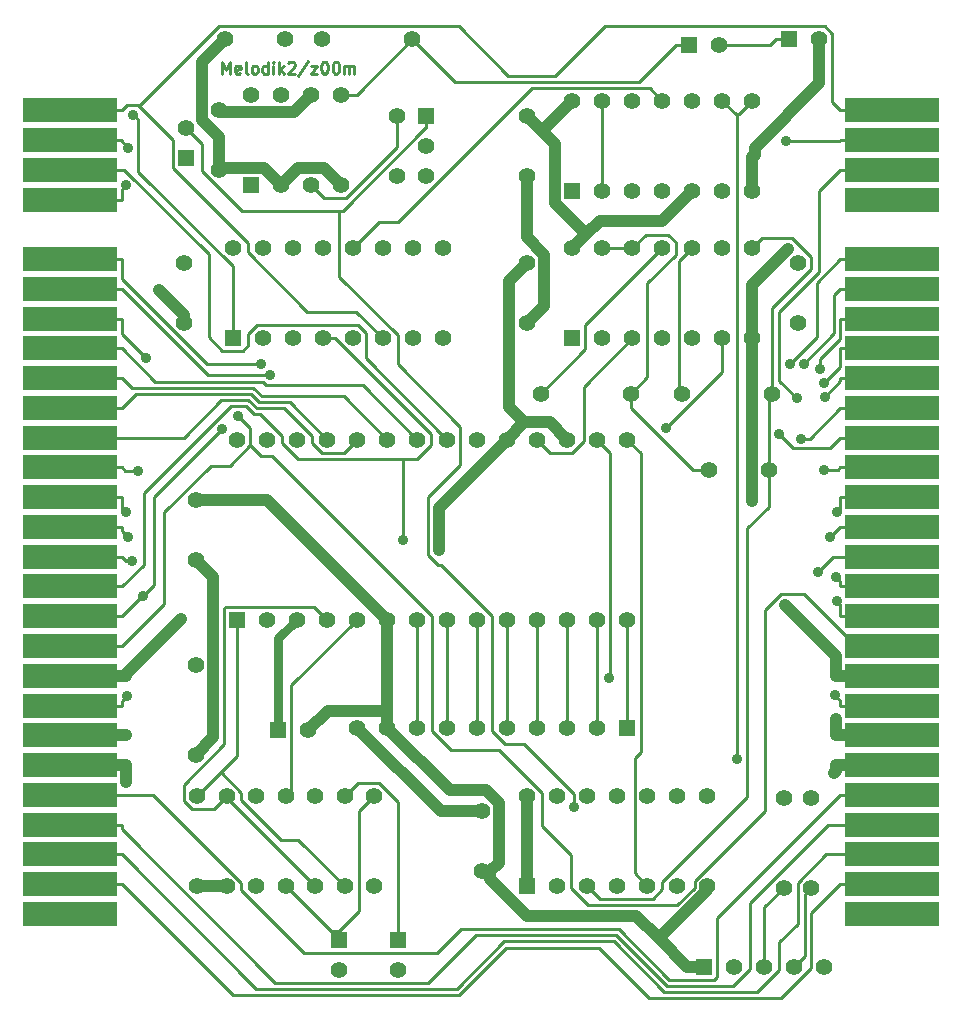
<source format=gtl>
G04 #@! TF.FileFunction,Copper,L1,Top,Signal*
%FSLAX46Y46*%
G04 Gerber Fmt 4.6, Leading zero omitted, Abs format (unit mm)*
G04 Created by KiCad (PCBNEW 4.0.0-stable) date Tue 15 Mar 2016 09:50:33 PM CET*
%MOMM*%
G01*
G04 APERTURE LIST*
%ADD10C,0.150000*%
%ADD11C,0.250000*%
%ADD12R,1.397000X1.397000*%
%ADD13C,1.397000*%
%ADD14C,1.422400*%
%ADD15R,8.000000X2.000000*%
%ADD16C,1.016000*%
%ADD17C,0.889000*%
%ADD18C,1.016000*%
%ADD19C,0.254000*%
%ADD20C,0.762000*%
G04 APERTURE END LIST*
D10*
D11*
X123741562Y-51404781D02*
X123741562Y-50404781D01*
X124074896Y-51119067D01*
X124408229Y-50404781D01*
X124408229Y-51404781D01*
X125265372Y-51357162D02*
X125170134Y-51404781D01*
X124979657Y-51404781D01*
X124884419Y-51357162D01*
X124836800Y-51261924D01*
X124836800Y-50880971D01*
X124884419Y-50785733D01*
X124979657Y-50738114D01*
X125170134Y-50738114D01*
X125265372Y-50785733D01*
X125312991Y-50880971D01*
X125312991Y-50976210D01*
X124836800Y-51071448D01*
X125884419Y-51404781D02*
X125789181Y-51357162D01*
X125741562Y-51261924D01*
X125741562Y-50404781D01*
X126408229Y-51404781D02*
X126312991Y-51357162D01*
X126265372Y-51309543D01*
X126217753Y-51214305D01*
X126217753Y-50928590D01*
X126265372Y-50833352D01*
X126312991Y-50785733D01*
X126408229Y-50738114D01*
X126551087Y-50738114D01*
X126646325Y-50785733D01*
X126693944Y-50833352D01*
X126741563Y-50928590D01*
X126741563Y-51214305D01*
X126693944Y-51309543D01*
X126646325Y-51357162D01*
X126551087Y-51404781D01*
X126408229Y-51404781D01*
X127598706Y-51404781D02*
X127598706Y-50404781D01*
X127598706Y-51357162D02*
X127503468Y-51404781D01*
X127312991Y-51404781D01*
X127217753Y-51357162D01*
X127170134Y-51309543D01*
X127122515Y-51214305D01*
X127122515Y-50928590D01*
X127170134Y-50833352D01*
X127217753Y-50785733D01*
X127312991Y-50738114D01*
X127503468Y-50738114D01*
X127598706Y-50785733D01*
X128074896Y-51404781D02*
X128074896Y-50738114D01*
X128074896Y-50404781D02*
X128027277Y-50452400D01*
X128074896Y-50500019D01*
X128122515Y-50452400D01*
X128074896Y-50404781D01*
X128074896Y-50500019D01*
X128551086Y-51404781D02*
X128551086Y-50404781D01*
X128646324Y-51023829D02*
X128932039Y-51404781D01*
X128932039Y-50738114D02*
X128551086Y-51119067D01*
X129312991Y-50500019D02*
X129360610Y-50452400D01*
X129455848Y-50404781D01*
X129693944Y-50404781D01*
X129789182Y-50452400D01*
X129836801Y-50500019D01*
X129884420Y-50595257D01*
X129884420Y-50690495D01*
X129836801Y-50833352D01*
X129265372Y-51404781D01*
X129884420Y-51404781D01*
X131027277Y-50357162D02*
X130170134Y-51642876D01*
X131265372Y-50738114D02*
X131789182Y-50738114D01*
X131265372Y-51404781D01*
X131789182Y-51404781D01*
X132360610Y-50404781D02*
X132455849Y-50404781D01*
X132551087Y-50452400D01*
X132598706Y-50500019D01*
X132646325Y-50595257D01*
X132693944Y-50785733D01*
X132693944Y-51023829D01*
X132646325Y-51214305D01*
X132598706Y-51309543D01*
X132551087Y-51357162D01*
X132455849Y-51404781D01*
X132360610Y-51404781D01*
X132265372Y-51357162D01*
X132217753Y-51309543D01*
X132170134Y-51214305D01*
X132122515Y-51023829D01*
X132122515Y-50785733D01*
X132170134Y-50595257D01*
X132217753Y-50500019D01*
X132265372Y-50452400D01*
X132360610Y-50404781D01*
X133312991Y-50404781D02*
X133408230Y-50404781D01*
X133503468Y-50452400D01*
X133551087Y-50500019D01*
X133598706Y-50595257D01*
X133646325Y-50785733D01*
X133646325Y-51023829D01*
X133598706Y-51214305D01*
X133551087Y-51309543D01*
X133503468Y-51357162D01*
X133408230Y-51404781D01*
X133312991Y-51404781D01*
X133217753Y-51357162D01*
X133170134Y-51309543D01*
X133122515Y-51214305D01*
X133074896Y-51023829D01*
X133074896Y-50785733D01*
X133122515Y-50595257D01*
X133170134Y-50500019D01*
X133217753Y-50452400D01*
X133312991Y-50404781D01*
X134074896Y-51404781D02*
X134074896Y-50738114D01*
X134074896Y-50833352D02*
X134122515Y-50785733D01*
X134217753Y-50738114D01*
X134360611Y-50738114D01*
X134455849Y-50785733D01*
X134503468Y-50880971D01*
X134503468Y-51404781D01*
X134503468Y-50880971D02*
X134551087Y-50785733D01*
X134646325Y-50738114D01*
X134789182Y-50738114D01*
X134884420Y-50785733D01*
X134932039Y-50880971D01*
X134932039Y-51404781D01*
D12*
X164550000Y-127000000D03*
D13*
X167090000Y-127000000D03*
X169630000Y-127000000D03*
X172170000Y-127000000D03*
X174710000Y-127000000D03*
D12*
X141000000Y-54960000D03*
D13*
X141000000Y-57500000D03*
X141000000Y-60040000D03*
D12*
X171730000Y-48500000D03*
D13*
X174270000Y-48500000D03*
D12*
X158030000Y-106800000D03*
D13*
X155490000Y-106800000D03*
X152950000Y-106800000D03*
X150410000Y-106800000D03*
X147870000Y-106800000D03*
X145330000Y-106800000D03*
X142790000Y-106800000D03*
X140250000Y-106800000D03*
X137710000Y-106800000D03*
X135170000Y-106800000D03*
X139810000Y-48500000D03*
X132190000Y-48500000D03*
X158310000Y-78500000D03*
X150690000Y-78500000D03*
X162690000Y-78500000D03*
X170310000Y-78500000D03*
X171300000Y-120310000D03*
X171300000Y-112690000D03*
X173600000Y-120310000D03*
X173600000Y-112690000D03*
X121600000Y-112590000D03*
X121600000Y-120210000D03*
X124100000Y-112590000D03*
X124100000Y-120210000D03*
X126600000Y-112590000D03*
X126600000Y-120210000D03*
X131600000Y-120210000D03*
X131600000Y-112590000D03*
X134100000Y-120210000D03*
X134100000Y-112590000D03*
X136600000Y-120210000D03*
X136600000Y-112590000D03*
X129100000Y-112590000D03*
X129100000Y-120210000D03*
D14*
X164960000Y-85000000D03*
X170040000Y-85000000D03*
D12*
X126190000Y-60810000D03*
D13*
X128730000Y-60810000D03*
X131270000Y-60810000D03*
X133810000Y-60810000D03*
X133810000Y-53190000D03*
X131270000Y-53190000D03*
X128730000Y-53190000D03*
X126190000Y-53190000D03*
D12*
X124990000Y-97620000D03*
D13*
X127530000Y-97620000D03*
X130070000Y-97620000D03*
X132610000Y-97620000D03*
X135150000Y-97620000D03*
X137690000Y-97620000D03*
X140230000Y-97620000D03*
X142770000Y-97620000D03*
X145310000Y-97620000D03*
X147850000Y-97620000D03*
X150390000Y-97620000D03*
X152930000Y-97620000D03*
X155470000Y-97620000D03*
X158010000Y-97620000D03*
X158010000Y-82380000D03*
X155470000Y-82380000D03*
X152930000Y-82380000D03*
X150390000Y-82380000D03*
X147850000Y-82380000D03*
X145310000Y-82380000D03*
X142770000Y-82380000D03*
X140230000Y-82380000D03*
X137690000Y-82380000D03*
X135150000Y-82380000D03*
X132610000Y-82380000D03*
X130070000Y-82380000D03*
X127530000Y-82380000D03*
X124990000Y-82380000D03*
D12*
X124610000Y-73810000D03*
D13*
X127150000Y-73810000D03*
X129690000Y-73810000D03*
X132230000Y-73810000D03*
X134770000Y-73810000D03*
X137310000Y-73810000D03*
X139850000Y-73810000D03*
X142390000Y-73810000D03*
X142390000Y-66190000D03*
X139850000Y-66190000D03*
X137310000Y-66190000D03*
X134770000Y-66190000D03*
X132230000Y-66190000D03*
X129690000Y-66190000D03*
X127150000Y-66190000D03*
X124610000Y-66190000D03*
D12*
X149580000Y-120210000D03*
D13*
X152120000Y-120210000D03*
X154660000Y-120210000D03*
X157200000Y-120210000D03*
X159740000Y-120210000D03*
X162280000Y-120210000D03*
X164820000Y-120210000D03*
X164820000Y-112590000D03*
X162280000Y-112590000D03*
X159740000Y-112590000D03*
X157200000Y-112590000D03*
X154660000Y-112590000D03*
X152120000Y-112590000D03*
X149580000Y-112590000D03*
D12*
X153380000Y-73810000D03*
D13*
X155920000Y-73810000D03*
X158460000Y-73810000D03*
X161000000Y-73810000D03*
X163540000Y-73810000D03*
X166080000Y-73810000D03*
X168620000Y-73810000D03*
X168620000Y-66190000D03*
X166080000Y-66190000D03*
X163540000Y-66190000D03*
X161000000Y-66190000D03*
X158460000Y-66190000D03*
X155920000Y-66190000D03*
X153380000Y-66190000D03*
D12*
X153380000Y-61310000D03*
D13*
X155920000Y-61310000D03*
X158460000Y-61310000D03*
X161000000Y-61310000D03*
X163540000Y-61310000D03*
X166080000Y-61310000D03*
X168620000Y-61310000D03*
X168620000Y-53690000D03*
X166080000Y-53690000D03*
X163540000Y-53690000D03*
X161000000Y-53690000D03*
X158460000Y-53690000D03*
X155920000Y-53690000D03*
X153380000Y-53690000D03*
X145700000Y-118940000D03*
X145700000Y-113860000D03*
X121500000Y-87460000D03*
X121500000Y-92540000D03*
X120500000Y-72540000D03*
X120500000Y-67460000D03*
X149500000Y-72540000D03*
X149500000Y-67460000D03*
X123500000Y-59540000D03*
X123500000Y-54460000D03*
X149500000Y-60040000D03*
X149500000Y-54960000D03*
X129040000Y-48500000D03*
X123960000Y-48500000D03*
X138500000Y-54960000D03*
X138500000Y-60040000D03*
X172500000Y-72540000D03*
X172500000Y-67460000D03*
D12*
X163230000Y-49000000D03*
D13*
X165770000Y-49000000D03*
D12*
X138600000Y-124730000D03*
D13*
X138600000Y-127270000D03*
D12*
X133600000Y-124730000D03*
D13*
X133600000Y-127270000D03*
D12*
X128480000Y-107000000D03*
D13*
X131020000Y-107000000D03*
D15*
X110860000Y-54500000D03*
X110860000Y-57020000D03*
X110860000Y-59540000D03*
X110860000Y-62060000D03*
X110860000Y-67100000D03*
X110860000Y-69620000D03*
X110860000Y-72140000D03*
X110860000Y-74660000D03*
X110860000Y-77180000D03*
X110860000Y-79700000D03*
X110860000Y-82220000D03*
X110860000Y-84740000D03*
X110860000Y-87260000D03*
X110860000Y-89780000D03*
X110860000Y-92300000D03*
X110860000Y-94820000D03*
X110860000Y-97340000D03*
X110860000Y-99860000D03*
X110860000Y-102380000D03*
X110860000Y-104900000D03*
X110860000Y-107420000D03*
X110860000Y-109940000D03*
X110860000Y-112460000D03*
X110860000Y-114980000D03*
X110860000Y-117500000D03*
X110860000Y-120020000D03*
X110860000Y-122540000D03*
X180450000Y-54500000D03*
X180450000Y-57020000D03*
X180450000Y-59540000D03*
X180450000Y-62060000D03*
X180450000Y-67100000D03*
X180450000Y-69620000D03*
X180450000Y-72140000D03*
X180450000Y-74660000D03*
X180450000Y-77180000D03*
X180450000Y-79700000D03*
X180450000Y-82220000D03*
X180450000Y-84740000D03*
X180450000Y-87260000D03*
X180450000Y-89780000D03*
X180450000Y-92300000D03*
X180450000Y-94820000D03*
X180450000Y-97340000D03*
X180450000Y-99860000D03*
X180450000Y-102380000D03*
X180450000Y-104900000D03*
X180450000Y-107420000D03*
X180450000Y-109940000D03*
X180450000Y-112460000D03*
X180450000Y-114980000D03*
X180450000Y-117500000D03*
X180450000Y-120020000D03*
X180450000Y-122540000D03*
D12*
X120650000Y-58520000D03*
D13*
X120650000Y-55980000D03*
X121500000Y-109060000D03*
X121500000Y-101440000D03*
D16*
X175687700Y-106003000D03*
X115622300Y-107420000D03*
X171366800Y-96397600D03*
X120276700Y-97573300D03*
D17*
X175225600Y-90631700D03*
X115730500Y-90631700D03*
X174700800Y-84943100D03*
X116612000Y-85003900D03*
X175737700Y-93990300D03*
X139015900Y-90927800D03*
X174154600Y-93628800D03*
X116059800Y-92679900D03*
X175747700Y-88548500D03*
X115564400Y-88548500D03*
X123725800Y-81481700D03*
X175748800Y-96018800D03*
X117059000Y-95600300D03*
X156494300Y-102536300D03*
X175594600Y-104012700D03*
X115642100Y-104128600D03*
X125103500Y-80400500D03*
D16*
X175507800Y-110636800D03*
X115622300Y-111357200D03*
D17*
X171478700Y-57063800D03*
X115771800Y-57658300D03*
X116214200Y-54864300D03*
X167360200Y-109415600D03*
X127053700Y-76019200D03*
X171790600Y-76000500D03*
X172974700Y-75984300D03*
X127798600Y-76937900D03*
X174327200Y-76440200D03*
X117287000Y-75508600D03*
X172715700Y-82305200D03*
X170892000Y-81947600D03*
X174748600Y-78739600D03*
X174716700Y-77594900D03*
X172360600Y-78869100D03*
X115567600Y-60832900D03*
D16*
X171628300Y-66255000D03*
X118380100Y-69700700D03*
X168560800Y-87555000D03*
X168805000Y-58288000D03*
X142062000Y-91741200D03*
D17*
X153519100Y-113502700D03*
X161283000Y-81439300D03*
D18*
X110860000Y-107420000D02*
X115622300Y-107420000D01*
X180450000Y-107420000D02*
X175687700Y-107420000D01*
X175687700Y-107420000D02*
X175687700Y-106003000D01*
X175687700Y-100718500D02*
X171366800Y-96397600D01*
X175687700Y-102380000D02*
X175687700Y-100718500D01*
X115622300Y-102227700D02*
X115622300Y-102380000D01*
X120276700Y-97573300D02*
X115622300Y-102227700D01*
X110860000Y-102380000D02*
X115622300Y-102380000D01*
X180450000Y-102380000D02*
X175687700Y-102380000D01*
D19*
X110860000Y-89780000D02*
X115241300Y-89780000D01*
X115241300Y-90142500D02*
X115241300Y-89780000D01*
X115730500Y-90631700D02*
X115241300Y-90142500D01*
X176068700Y-89788600D02*
X175225600Y-90631700D01*
X176068700Y-89780000D02*
X176068700Y-89788600D01*
X180450000Y-89780000D02*
X176068700Y-89780000D01*
X115505200Y-85003900D02*
X115241300Y-84740000D01*
X116612000Y-85003900D02*
X115505200Y-85003900D01*
X110860000Y-84740000D02*
X115241300Y-84740000D01*
X175865600Y-84943100D02*
X174700800Y-84943100D01*
X176068700Y-84740000D02*
X175865600Y-84943100D01*
X180450000Y-84740000D02*
X176068700Y-84740000D01*
X110860000Y-94820000D02*
X115241300Y-94820000D01*
X133242900Y-73810000D02*
X132230000Y-73810000D01*
X141371000Y-81938100D02*
X133242900Y-73810000D01*
X141371000Y-82841400D02*
X141371000Y-81938100D01*
X140209900Y-84002500D02*
X141371000Y-82841400D01*
X139015900Y-84002500D02*
X140209900Y-84002500D01*
X139015900Y-90927800D02*
X139015900Y-84002500D01*
X176068700Y-94321300D02*
X175737700Y-93990300D01*
X176068700Y-94820000D02*
X176068700Y-94321300D01*
X180450000Y-94820000D02*
X176068700Y-94820000D01*
X130127400Y-84002500D02*
X139015900Y-84002500D01*
X128800000Y-82675100D02*
X130127400Y-84002500D01*
X128800000Y-82102000D02*
X128800000Y-82675100D01*
X126938800Y-80240800D02*
X128800000Y-82102000D01*
X126440500Y-80240800D02*
X126938800Y-80240800D01*
X125772300Y-79572600D02*
X126440500Y-80240800D01*
X124457000Y-79572600D02*
X125772300Y-79572600D01*
X117084900Y-86944700D02*
X124457000Y-79572600D01*
X117084900Y-92976400D02*
X117084900Y-86944700D01*
X115241300Y-94820000D02*
X117084900Y-92976400D01*
X117900300Y-112460000D02*
X110860000Y-112460000D01*
X125350000Y-119909700D02*
X117900300Y-112460000D01*
X125350000Y-120516100D02*
X125350000Y-119909700D01*
X130654100Y-125820200D02*
X125350000Y-120516100D01*
X141954500Y-125820200D02*
X130654100Y-125820200D01*
X143924000Y-123850700D02*
X141954500Y-125820200D01*
X157302600Y-123850700D02*
X143924000Y-123850700D01*
X161564400Y-128112500D02*
X157302600Y-123850700D01*
X165386200Y-128112500D02*
X161564400Y-128112500D01*
X165640200Y-127858500D02*
X165386200Y-128112500D01*
X165640200Y-122888500D02*
X165640200Y-127858500D01*
X176068700Y-112460000D02*
X165640200Y-122888500D01*
X180450000Y-112460000D02*
X176068700Y-112460000D01*
X110860000Y-92300000D02*
X115241300Y-92300000D01*
X115621200Y-92679900D02*
X115241300Y-92300000D01*
X116059800Y-92679900D02*
X115621200Y-92679900D01*
X175483400Y-92300000D02*
X174154600Y-93628800D01*
X180450000Y-92300000D02*
X175483400Y-92300000D01*
X110860000Y-87260000D02*
X115241300Y-87260000D01*
X180450000Y-87260000D02*
X176068700Y-87260000D01*
X115241300Y-88225400D02*
X115564400Y-88548500D01*
X115241300Y-87260000D02*
X115241300Y-88225400D01*
X176068700Y-88227500D02*
X175747700Y-88548500D01*
X176068700Y-87260000D02*
X176068700Y-88227500D01*
X110860000Y-97340000D02*
X115241300Y-97340000D01*
X176068700Y-96338700D02*
X175748800Y-96018800D01*
X176068700Y-97340000D02*
X176068700Y-96338700D01*
X180450000Y-97340000D02*
X176068700Y-97340000D01*
X117936000Y-94723300D02*
X117059000Y-95600300D01*
X117936000Y-87271500D02*
X117936000Y-94723300D01*
X123725800Y-81481700D02*
X117936000Y-87271500D01*
X116981000Y-95600300D02*
X117059000Y-95600300D01*
X115241300Y-97340000D02*
X116981000Y-95600300D01*
X156604800Y-102425800D02*
X156494300Y-102536300D01*
X156604800Y-83514800D02*
X156604800Y-102425800D01*
X155470000Y-82380000D02*
X156604800Y-83514800D01*
X110860000Y-114980000D02*
X115241300Y-114980000D01*
X180450000Y-114980000D02*
X176068700Y-114980000D01*
X115241300Y-115386000D02*
X115241300Y-114980000D01*
X128231100Y-128375800D02*
X115241300Y-115386000D01*
X141175500Y-128375800D02*
X128231100Y-128375800D01*
X145192200Y-124359100D02*
X141175500Y-128375800D01*
X157092200Y-124359100D02*
X145192200Y-124359100D01*
X161354000Y-128620900D02*
X157092200Y-124359100D01*
X166996600Y-128620900D02*
X161354000Y-128620900D01*
X168382600Y-127234900D02*
X166996600Y-128620900D01*
X168382600Y-121662400D02*
X168382600Y-127234900D01*
X175064900Y-114980100D02*
X168382600Y-121662400D01*
X176068700Y-114980100D02*
X175064900Y-114980100D01*
X176068700Y-114980000D02*
X176068700Y-114980100D01*
X176068700Y-104486800D02*
X175594600Y-104012700D01*
X176068700Y-104900000D02*
X176068700Y-104486800D01*
X115241300Y-104529400D02*
X115241300Y-104900000D01*
X115642100Y-104128600D02*
X115241300Y-104529400D01*
X110860000Y-104900000D02*
X115241300Y-104900000D01*
X180450000Y-104900000D02*
X176068700Y-104900000D01*
X110860000Y-99860000D02*
X115241300Y-99860000D01*
X126979300Y-83760700D02*
X126080200Y-82861600D01*
X127968600Y-83760700D02*
X126979300Y-83760700D01*
X141500000Y-97292100D02*
X127968600Y-83760700D01*
X141500000Y-107046800D02*
X141500000Y-97292100D01*
X143102200Y-108649000D02*
X141500000Y-107046800D01*
X147166500Y-108649000D02*
X143102200Y-108649000D01*
X150850000Y-112332500D02*
X147166500Y-108649000D01*
X150850000Y-115138600D02*
X150850000Y-112332500D01*
X153267200Y-117555800D02*
X150850000Y-115138600D01*
X153267200Y-120368100D02*
X153267200Y-117555800D01*
X154702000Y-121802900D02*
X153267200Y-120368100D01*
X162273400Y-121802900D02*
X154702000Y-121802900D01*
X163729900Y-120346400D02*
X162273400Y-121802900D01*
X163729900Y-119769500D02*
X163729900Y-120346400D01*
X169660300Y-113839100D02*
X163729900Y-119769500D01*
X169660300Y-96846200D02*
X169660300Y-113839100D01*
X171048900Y-95457600D02*
X169660300Y-96846200D01*
X172953800Y-95457600D02*
X171048900Y-95457600D01*
X177356200Y-99860000D02*
X172953800Y-95457600D01*
X180450000Y-99860000D02*
X177356200Y-99860000D01*
X124358500Y-84583300D02*
X126080200Y-82861600D01*
X122802300Y-84583300D02*
X124358500Y-84583300D01*
X118833200Y-88552400D02*
X122802300Y-84583300D01*
X118833200Y-96268100D02*
X118833200Y-88552400D01*
X115241300Y-99860000D02*
X118833200Y-96268100D01*
X126080200Y-81377200D02*
X125103500Y-80400500D01*
X126080200Y-82861600D02*
X126080200Y-81377200D01*
D18*
X180450000Y-109940000D02*
X175687700Y-109940000D01*
X110860000Y-109940000D02*
X115622300Y-109940000D01*
X115622300Y-109940000D02*
X115622300Y-111357200D01*
X175687700Y-110456900D02*
X175507800Y-110636800D01*
X175687700Y-109940000D02*
X175687700Y-110456900D01*
D19*
X180450000Y-120020000D02*
X176068700Y-120020000D01*
X173604700Y-122484000D02*
X176068700Y-120020000D01*
X173604700Y-127129300D02*
X173604700Y-122484000D01*
X171059500Y-129674500D02*
X173604700Y-127129300D01*
X159891800Y-129674500D02*
X171059500Y-129674500D01*
X155618000Y-125400700D02*
X159891800Y-129674500D01*
X147802600Y-125400700D02*
X155618000Y-125400700D01*
X143794800Y-129408500D02*
X147802600Y-125400700D01*
X124629800Y-129408500D02*
X143794800Y-129408500D01*
X115241300Y-120020000D02*
X124629800Y-129408500D01*
X110860000Y-120020000D02*
X115241300Y-120020000D01*
X110860000Y-57020000D02*
X115241300Y-57020000D01*
X180450000Y-57020000D02*
X176068700Y-57020000D01*
X115241300Y-57127800D02*
X115771800Y-57658300D01*
X115241300Y-57020000D02*
X115241300Y-57127800D01*
X176024900Y-57063800D02*
X171478700Y-57063800D01*
X176068700Y-57020000D02*
X176024900Y-57063800D01*
X116597600Y-55247700D02*
X116214200Y-54864300D01*
X116597600Y-59704700D02*
X116597600Y-55247700D01*
X124610000Y-67717100D02*
X116597600Y-59704700D01*
X124610000Y-73810000D02*
X124610000Y-67717100D01*
X110860000Y-54500000D02*
X115241300Y-54500000D01*
X119549500Y-57003100D02*
X116712000Y-54165600D01*
X119549500Y-59383900D02*
X119549500Y-57003100D01*
X125880000Y-65714400D02*
X119549500Y-59383900D01*
X125880000Y-66492100D02*
X125880000Y-65714400D01*
X130942300Y-71554400D02*
X125880000Y-66492100D01*
X135054400Y-71554400D02*
X130942300Y-71554400D01*
X137310000Y-73810000D02*
X135054400Y-71554400D01*
X115702800Y-54038500D02*
X115241300Y-54500000D01*
X116584900Y-54038500D02*
X115702800Y-54038500D01*
X116712000Y-54165600D02*
X116584900Y-54038500D01*
X175378500Y-53809800D02*
X176068700Y-54500000D01*
X175378500Y-48057200D02*
X175378500Y-53809800D01*
X174730400Y-47409100D02*
X175378500Y-48057200D01*
X156110500Y-47409100D02*
X174730400Y-47409100D01*
X151930400Y-51589200D02*
X156110500Y-47409100D01*
X147967500Y-51589200D02*
X151930400Y-51589200D01*
X143754800Y-47376500D02*
X147967500Y-51589200D01*
X123501100Y-47376500D02*
X143754800Y-47376500D01*
X116712000Y-54165600D02*
X123501100Y-47376500D01*
X180450000Y-54500000D02*
X176068700Y-54500000D01*
X167360200Y-54818300D02*
X167360200Y-109415600D01*
X167208300Y-54818300D02*
X167360200Y-54818300D01*
X166080000Y-53690000D02*
X167208300Y-54818300D01*
X167491700Y-54818300D02*
X168620000Y-53690000D01*
X167360200Y-54818300D02*
X167491700Y-54818300D01*
X174882700Y-117500000D02*
X180450000Y-117500000D01*
X172450000Y-119932700D02*
X174882700Y-117500000D01*
X172450000Y-123372600D02*
X172450000Y-119932700D01*
X170900000Y-124922600D02*
X172450000Y-123372600D01*
X170900000Y-127294100D02*
X170900000Y-124922600D01*
X169046400Y-129147700D02*
X170900000Y-127294100D01*
X161162000Y-129147700D02*
X169046400Y-129147700D01*
X156881800Y-124867500D02*
X161162000Y-129147700D01*
X147616800Y-124867500D02*
X156881800Y-124867500D01*
X143596300Y-128888000D02*
X147616800Y-124867500D01*
X126629300Y-128888000D02*
X143596300Y-128888000D01*
X115241300Y-117500000D02*
X126629300Y-128888000D01*
X110860000Y-117500000D02*
X115241300Y-117500000D01*
X110860000Y-67100000D02*
X115241300Y-67100000D01*
X115241300Y-68808400D02*
X115241300Y-67100000D01*
X122452100Y-76019200D02*
X115241300Y-68808400D01*
X127053700Y-76019200D02*
X122452100Y-76019200D01*
X180450000Y-67100000D02*
X176068700Y-67100000D01*
X174068100Y-73723000D02*
X171790600Y-76000500D01*
X174068100Y-69100600D02*
X174068100Y-73723000D01*
X176068700Y-67100000D02*
X174068100Y-69100600D01*
X180450000Y-69620000D02*
X176068700Y-69620000D01*
X122559200Y-76937900D02*
X115241300Y-69620000D01*
X127798600Y-76937900D02*
X122559200Y-76937900D01*
X110860000Y-69620000D02*
X115241300Y-69620000D01*
X175560400Y-73398600D02*
X172974700Y-75984300D01*
X175560400Y-70128300D02*
X175560400Y-73398600D01*
X176068700Y-69620000D02*
X175560400Y-70128300D01*
X180450000Y-72140000D02*
X176068700Y-72140000D01*
X174327200Y-75572400D02*
X174327200Y-76440200D01*
X176068700Y-73830900D02*
X174327200Y-75572400D01*
X176068700Y-72140000D02*
X176068700Y-73830900D01*
X110860000Y-72140000D02*
X115241300Y-72140000D01*
X115241300Y-73462900D02*
X117287000Y-75508600D01*
X115241300Y-72140000D02*
X115241300Y-73462900D01*
X110860000Y-79700000D02*
X115241300Y-79700000D01*
X180450000Y-79700000D02*
X176068700Y-79700000D01*
X173463500Y-82305200D02*
X172715700Y-82305200D01*
X176068700Y-79700000D02*
X173463500Y-82305200D01*
X129454200Y-79224200D02*
X132610000Y-82380000D01*
X126861500Y-79224200D02*
X129454200Y-79224200D01*
X126157100Y-78519800D02*
X126861500Y-79224200D01*
X116421500Y-78519800D02*
X126157100Y-78519800D01*
X115241300Y-79700000D02*
X116421500Y-78519800D01*
X134035800Y-83494200D02*
X135150000Y-82380000D01*
X132190000Y-83494200D02*
X134035800Y-83494200D01*
X131340000Y-82644200D02*
X132190000Y-83494200D01*
X131340000Y-82109200D02*
X131340000Y-82644200D01*
X128963300Y-79732500D02*
X131340000Y-82109200D01*
X126651000Y-79732500D02*
X128963300Y-79732500D01*
X125946600Y-79028100D02*
X126651000Y-79732500D01*
X123659500Y-79028100D02*
X125946600Y-79028100D01*
X120467600Y-82220000D02*
X123659500Y-79028100D01*
X110860000Y-82220000D02*
X120467600Y-82220000D01*
X172075500Y-83131100D02*
X170892000Y-81947600D01*
X175157600Y-83131100D02*
X172075500Y-83131100D01*
X176068700Y-82220000D02*
X175157600Y-83131100D01*
X180450000Y-82220000D02*
X176068700Y-82220000D01*
X110860000Y-77180000D02*
X115241300Y-77180000D01*
X180450000Y-77180000D02*
X176068700Y-77180000D01*
X134025900Y-78715900D02*
X137690000Y-82380000D01*
X127072000Y-78715900D02*
X134025900Y-78715900D01*
X126367600Y-78011500D02*
X127072000Y-78715900D01*
X116072800Y-78011500D02*
X126367600Y-78011500D01*
X115241300Y-77180000D02*
X116072800Y-78011500D01*
X176068700Y-77419500D02*
X174748600Y-78739600D01*
X176068700Y-77180000D02*
X176068700Y-77419500D01*
X180450000Y-74660000D02*
X176068700Y-74660000D01*
X110860000Y-74660000D02*
X115241300Y-74660000D01*
X176068700Y-76242900D02*
X174716700Y-77594900D01*
X176068700Y-74660000D02*
X176068700Y-76242900D01*
X135613700Y-77763700D02*
X140230000Y-82380000D01*
X127456600Y-77763700D02*
X135613700Y-77763700D01*
X127196000Y-77503100D02*
X127456600Y-77763700D01*
X118084400Y-77503100D02*
X127196000Y-77503100D01*
X115241300Y-74660000D02*
X118084400Y-77503100D01*
X110860000Y-59540000D02*
X115241300Y-59540000D01*
X115442600Y-59540000D02*
X115241300Y-59540000D01*
X122574400Y-66671800D02*
X115442600Y-59540000D01*
X122574400Y-73741700D02*
X122574400Y-66671800D01*
X123722600Y-74889900D02*
X122574400Y-73741700D01*
X125466300Y-74889900D02*
X123722600Y-74889900D01*
X125954300Y-74401900D02*
X125466300Y-74889900D01*
X125954300Y-73407400D02*
X125954300Y-74401900D01*
X126659100Y-72702600D02*
X125954300Y-73407400D01*
X135206100Y-72702600D02*
X126659100Y-72702600D01*
X135895100Y-73391600D02*
X135206100Y-72702600D01*
X135895100Y-75505100D02*
X135895100Y-73391600D01*
X142770000Y-82380000D02*
X135895100Y-75505100D01*
X180450000Y-59540000D02*
X176068700Y-59540000D01*
X170877200Y-77385700D02*
X172360600Y-78869100D01*
X170877200Y-71572500D02*
X170877200Y-77385700D01*
X174233500Y-68216200D02*
X170877200Y-71572500D01*
X174233500Y-61375200D02*
X174233500Y-68216200D01*
X176068700Y-59540000D02*
X174233500Y-61375200D01*
X115241300Y-61159200D02*
X115241300Y-62060000D01*
X115567600Y-60832900D02*
X115241300Y-61159200D01*
X110860000Y-62060000D02*
X115241300Y-62060000D01*
D18*
X120500000Y-71820600D02*
X118380100Y-69700700D01*
X120500000Y-72540000D02*
X120500000Y-71820600D01*
X168620000Y-69263300D02*
X168620000Y-73810000D01*
X171628300Y-66255000D02*
X168620000Y-69263300D01*
X168560800Y-73869200D02*
X168560800Y-87555000D01*
X168620000Y-73810000D02*
X168560800Y-73869200D01*
X168620000Y-58473000D02*
X168805000Y-58288000D01*
X168620000Y-61310000D02*
X168620000Y-58473000D01*
X174270000Y-52191300D02*
X174270000Y-48500000D01*
X168805000Y-57656300D02*
X174270000Y-52191300D01*
X168805000Y-58288000D02*
X168805000Y-57656300D01*
X130190900Y-59349100D02*
X128730000Y-60810000D01*
X132349100Y-59349100D02*
X130190900Y-59349100D01*
X133810000Y-60810000D02*
X132349100Y-59349100D01*
X123500000Y-59540000D02*
X123500000Y-59349100D01*
X122028900Y-50431100D02*
X123960000Y-48500000D01*
X122028900Y-55293000D02*
X122028900Y-50431100D01*
X123500000Y-56764100D02*
X122028900Y-55293000D01*
X123500000Y-59349100D02*
X123500000Y-56764100D01*
X127269100Y-59349100D02*
X123500000Y-59349100D01*
X128730000Y-60810000D02*
X127269100Y-59349100D01*
X124100000Y-120210000D02*
X121600000Y-120210000D01*
X151000000Y-71040000D02*
X149500000Y-72540000D01*
X151000000Y-66727000D02*
X151000000Y-71040000D01*
X149500000Y-65227000D02*
X151000000Y-66727000D01*
X149500000Y-60040000D02*
X149500000Y-65227000D01*
X164550000Y-127000000D02*
X163089200Y-127000000D01*
X146432200Y-118940000D02*
X145700000Y-118940000D01*
X147164400Y-118207800D02*
X146432200Y-118940000D01*
X147164400Y-113172000D02*
X147164400Y-118207800D01*
X146075300Y-112082900D02*
X147164400Y-113172000D01*
X142992900Y-112082900D02*
X146075300Y-112082900D01*
X137710000Y-106800000D02*
X142992900Y-112082900D01*
X164820000Y-120516700D02*
X160713000Y-124623700D01*
X164820000Y-120210000D02*
X164820000Y-120516700D01*
X158781500Y-122692300D02*
X160713000Y-124623700D01*
X149566700Y-122692300D02*
X158781500Y-122692300D01*
X146432200Y-119557800D02*
X149566700Y-122692300D01*
X146432200Y-118940000D02*
X146432200Y-119557800D01*
X160713000Y-124623700D02*
X163089200Y-127000000D01*
X127530000Y-87460000D02*
X137690000Y-97620000D01*
X121500000Y-87460000D02*
X127530000Y-87460000D01*
X132690900Y-105329100D02*
X137690000Y-105329100D01*
X131020000Y-107000000D02*
X132690900Y-105329100D01*
X137690000Y-97620000D02*
X137690000Y-105329100D01*
X137690000Y-106780000D02*
X137710000Y-106800000D01*
X137690000Y-105329100D02*
X137690000Y-106780000D01*
X129794600Y-54665400D02*
X131270000Y-53190000D01*
X123705400Y-54665400D02*
X129794600Y-54665400D01*
X123500000Y-54460000D02*
X123705400Y-54665400D01*
X149580000Y-112590000D02*
X149580000Y-120210000D01*
X155689300Y-63880700D02*
X154574300Y-64995700D01*
X160969300Y-63880700D02*
X155689300Y-63880700D01*
X163540000Y-61310000D02*
X160969300Y-63880700D01*
X154574300Y-64995700D02*
X153380000Y-66190000D01*
X153380000Y-53690000D02*
X150805000Y-56265000D01*
X149500000Y-54960000D02*
X150805000Y-56265000D01*
X151919100Y-62340500D02*
X154574300Y-64995700D01*
X151919100Y-57379100D02*
X151919100Y-62340500D01*
X150805000Y-56265000D02*
X151919100Y-57379100D01*
X148028100Y-79623500D02*
X149317300Y-80912700D01*
X148028100Y-68931900D02*
X148028100Y-79623500D01*
X149500000Y-67460000D02*
X148028100Y-68931900D01*
X151462700Y-80912700D02*
X152930000Y-82380000D01*
X149317300Y-80912700D02*
X151462700Y-80912700D01*
X142230000Y-113860000D02*
X135170000Y-106800000D01*
X145700000Y-113860000D02*
X142230000Y-113860000D01*
X122971500Y-107588500D02*
X121500000Y-109060000D01*
X122971500Y-94011500D02*
X122971500Y-107588500D01*
X121500000Y-92540000D02*
X122971500Y-94011500D01*
X149317300Y-80912700D02*
X147850000Y-82380000D01*
X142062000Y-88168000D02*
X142062000Y-91741200D01*
X147850000Y-82380000D02*
X142062000Y-88168000D01*
D19*
X154470200Y-74719800D02*
X150690000Y-78500000D01*
X154470200Y-72719800D02*
X154470200Y-74719800D01*
X161000000Y-66190000D02*
X154470200Y-72719800D01*
X162427500Y-78237500D02*
X162690000Y-78500000D01*
X162427500Y-67302500D02*
X162427500Y-78237500D01*
X163540000Y-66190000D02*
X162427500Y-67302500D01*
X133600000Y-124730000D02*
X133600000Y-124190100D01*
X132902200Y-124012200D02*
X129100000Y-120210000D01*
X133600000Y-124012200D02*
X132902200Y-124012200D01*
X133600000Y-124190100D02*
X133600000Y-124012200D01*
X135350000Y-113840000D02*
X136600000Y-112590000D01*
X135350000Y-122262200D02*
X135350000Y-113840000D01*
X133600000Y-124012200D02*
X135350000Y-122262200D01*
X135207900Y-111482100D02*
X134100000Y-112590000D01*
X137023400Y-111482100D02*
X135207900Y-111482100D01*
X138600000Y-113058700D02*
X137023400Y-111482100D01*
X138600000Y-124730000D02*
X138600000Y-113058700D01*
X132393500Y-61933500D02*
X131270000Y-60810000D01*
X134221600Y-61933500D02*
X132393500Y-61933500D01*
X138500000Y-57655100D02*
X134221600Y-61933500D01*
X138500000Y-54960000D02*
X138500000Y-57655100D01*
X163230000Y-49000000D02*
X162150200Y-49000000D01*
X159052600Y-52097600D02*
X162150200Y-49000000D01*
X143407600Y-52097600D02*
X159052600Y-52097600D01*
X139810000Y-48500000D02*
X143407600Y-52097600D01*
X135120000Y-53190000D02*
X133810000Y-53190000D01*
X139810000Y-48500000D02*
X135120000Y-53190000D01*
X170150200Y-49000000D02*
X170650200Y-48500000D01*
X165770000Y-49000000D02*
X170150200Y-49000000D01*
X171730000Y-48500000D02*
X170650200Y-48500000D01*
D20*
X128480000Y-99210000D02*
X130070000Y-97620000D01*
X128480000Y-107000000D02*
X128480000Y-99210000D01*
D19*
X158010000Y-105700200D02*
X158030000Y-105720200D01*
X158010000Y-97620000D02*
X158010000Y-105700200D01*
X158030000Y-106800000D02*
X158030000Y-105720200D01*
X155470000Y-106780000D02*
X155470000Y-97620000D01*
X155490000Y-106800000D02*
X155470000Y-106780000D01*
X152950000Y-97640000D02*
X152950000Y-106800000D01*
X152930000Y-97620000D02*
X152950000Y-97640000D01*
X150410000Y-97640000D02*
X150410000Y-106800000D01*
X150390000Y-97620000D02*
X150410000Y-97640000D01*
X147870000Y-97640000D02*
X147870000Y-106800000D01*
X147850000Y-97620000D02*
X147870000Y-97640000D01*
X145330000Y-97640000D02*
X145330000Y-106800000D01*
X145310000Y-97620000D02*
X145330000Y-97640000D01*
X142770000Y-106780000D02*
X142790000Y-106800000D01*
X142770000Y-97620000D02*
X142770000Y-106780000D01*
X140250000Y-97640000D02*
X140250000Y-106800000D01*
X140230000Y-97620000D02*
X140250000Y-97640000D01*
X169630000Y-121980000D02*
X171300000Y-120310000D01*
X169630000Y-127000000D02*
X169630000Y-121980000D01*
X173091700Y-126078300D02*
X172170000Y-127000000D01*
X173091700Y-120818300D02*
X173091700Y-126078300D01*
X173600000Y-120310000D02*
X173091700Y-120818300D01*
X141000000Y-54960000D02*
X141000000Y-56039800D01*
X125449500Y-63052400D02*
X133657700Y-63052400D01*
X122060800Y-59663700D02*
X125449500Y-63052400D01*
X122060800Y-57390800D02*
X122060800Y-59663700D01*
X120650000Y-55980000D02*
X122060800Y-57390800D01*
X140933100Y-56039800D02*
X141000000Y-56039800D01*
X133920500Y-63052400D02*
X140933100Y-56039800D01*
X133657700Y-63052400D02*
X133920500Y-63052400D01*
X133657700Y-68629500D02*
X133657700Y-63052400D01*
X138580000Y-73551800D02*
X133657700Y-68629500D01*
X138580000Y-76023300D02*
X138580000Y-73551800D01*
X143879000Y-81322300D02*
X138580000Y-76023300D01*
X143879000Y-84573700D02*
X143879000Y-81322300D01*
X141164100Y-87288600D02*
X143879000Y-84573700D01*
X141164100Y-92172000D02*
X141164100Y-87288600D01*
X142011100Y-93019000D02*
X141164100Y-92172000D01*
X142242000Y-93019000D02*
X142011100Y-93019000D01*
X146580000Y-97357000D02*
X142242000Y-93019000D01*
X146580000Y-107050800D02*
X146580000Y-97357000D01*
X147669800Y-108140600D02*
X146580000Y-107050800D01*
X149277200Y-108140600D02*
X147669800Y-108140600D01*
X153519100Y-112382500D02*
X149277200Y-108140600D01*
X153519100Y-113502700D02*
X153519100Y-112382500D01*
X158310000Y-79704100D02*
X158310000Y-78500000D01*
X163605900Y-85000000D02*
X158310000Y-79704100D01*
X164960000Y-85000000D02*
X163605900Y-85000000D01*
X155920000Y-66190000D02*
X158460000Y-66190000D01*
X159730000Y-77080000D02*
X158310000Y-78500000D01*
X159730000Y-69134100D02*
X159730000Y-77080000D01*
X162115100Y-66749000D02*
X159730000Y-69134100D01*
X162115100Y-65683000D02*
X162115100Y-66749000D01*
X161492700Y-65060600D02*
X162115100Y-65683000D01*
X159589400Y-65060600D02*
X161492700Y-65060600D01*
X158460000Y-66190000D02*
X159589400Y-65060600D01*
X170310000Y-71236900D02*
X170310000Y-78500000D01*
X173591900Y-67955000D02*
X170310000Y-71236900D01*
X173591900Y-66931200D02*
X173591900Y-67955000D01*
X171996300Y-65335600D02*
X173591900Y-66931200D01*
X169474400Y-65335600D02*
X171996300Y-65335600D01*
X168620000Y-66190000D02*
X169474400Y-65335600D01*
X170040000Y-78770000D02*
X170040000Y-85000000D01*
X170310000Y-78500000D02*
X170040000Y-78770000D01*
X155744500Y-121294500D02*
X154660000Y-120210000D01*
X160183600Y-121294500D02*
X155744500Y-121294500D01*
X161010000Y-120468100D02*
X160183600Y-121294500D01*
X161010000Y-119828800D02*
X161010000Y-120468100D01*
X168186100Y-112652700D02*
X161010000Y-119828800D01*
X168186100Y-89909200D02*
X168186100Y-112652700D01*
X170040000Y-88055300D02*
X168186100Y-89909200D01*
X170040000Y-85000000D02*
X170040000Y-88055300D01*
X125350000Y-112272000D02*
X123634000Y-110556000D01*
X125350000Y-112908400D02*
X125350000Y-112272000D01*
X128703400Y-116261800D02*
X125350000Y-112908400D01*
X130151800Y-116261800D02*
X128703400Y-116261800D01*
X134100000Y-120210000D02*
X130151800Y-116261800D01*
X124990000Y-109200000D02*
X123634000Y-110556000D01*
X124990000Y-97620000D02*
X124990000Y-109200000D01*
X123634000Y-110556000D02*
X121600000Y-112590000D01*
X124040000Y-112650000D02*
X131600000Y-120210000D01*
X123018100Y-113671900D02*
X124040000Y-112650000D01*
X121136400Y-113671900D02*
X123018100Y-113671900D01*
X120481100Y-113016600D02*
X121136400Y-113671900D01*
X120481100Y-111628800D02*
X120481100Y-113016600D01*
X123910200Y-108199700D02*
X120481100Y-111628800D01*
X123910200Y-96659100D02*
X123910200Y-108199700D01*
X124029200Y-96540100D02*
X123910200Y-96659100D01*
X131530100Y-96540100D02*
X124029200Y-96540100D01*
X132610000Y-97620000D02*
X131530100Y-96540100D01*
X124040000Y-112650000D02*
X124100000Y-112590000D01*
X129570200Y-112119800D02*
X129100000Y-112590000D01*
X129570200Y-103199800D02*
X129570200Y-112119800D01*
X135150000Y-97620000D02*
X129570200Y-103199800D01*
X159153500Y-83523500D02*
X158010000Y-82380000D01*
X159153500Y-108800900D02*
X159153500Y-83523500D01*
X158648800Y-109305600D02*
X159153500Y-108800900D01*
X158648800Y-119118800D02*
X158648800Y-109305600D01*
X159740000Y-120210000D02*
X158648800Y-119118800D01*
X151501400Y-83491400D02*
X150390000Y-82380000D01*
X153354000Y-83491400D02*
X151501400Y-83491400D01*
X154371000Y-82474400D02*
X153354000Y-83491400D01*
X154371000Y-77899000D02*
X154371000Y-82474400D01*
X158460000Y-73810000D02*
X154371000Y-77899000D01*
X166080000Y-76642300D02*
X161283000Y-81439300D01*
X166080000Y-73810000D02*
X166080000Y-76642300D01*
X159915900Y-52605900D02*
X161000000Y-53690000D01*
X149978400Y-52605900D02*
X159915900Y-52605900D01*
X138599600Y-63984700D02*
X149978400Y-52605900D01*
X136975300Y-63984700D02*
X138599600Y-63984700D01*
X134770000Y-66190000D02*
X136975300Y-63984700D01*
X155920000Y-53690000D02*
X155920000Y-61310000D01*
M02*

</source>
